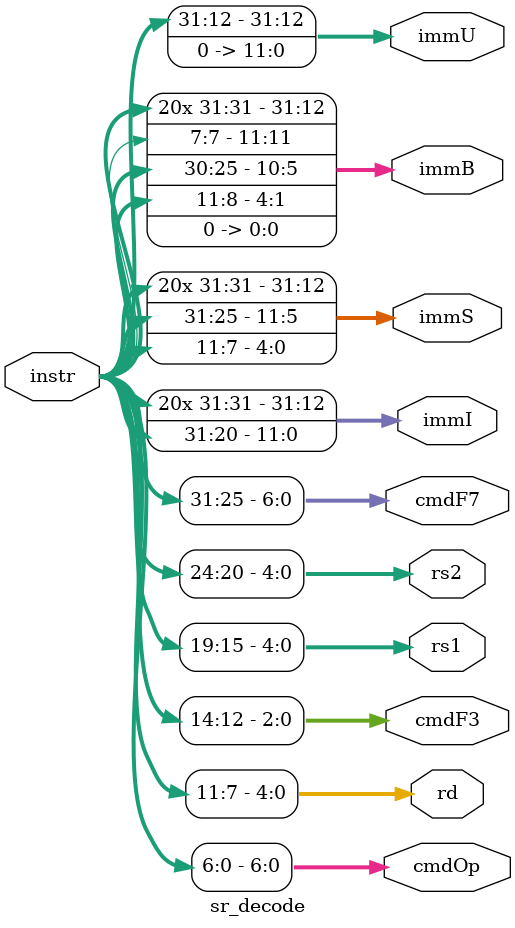
<source format=sv>

`include "sr_cpu.svh"

module sr_decode
(
    input        [31:0] instr,
    output       [ 6:0] cmdOp,
    output       [ 4:0] rd,
    output       [ 2:0] cmdF3,
    output       [ 4:0] rs1,
    output       [ 4:0] rs2,
    output       [ 6:0] cmdF7,
    output logic [31:0] immI,
    output logic [31:0] immS,
    output logic [31:0] immB,
    output logic [31:0] immU
);
    assign cmdOp = instr [ 6: 0];
    assign rd    = instr [11: 7];
    assign cmdF3 = instr [14:12];
    assign rs1   = instr [19:15];
    assign rs2   = instr [24:20];
    assign cmdF7 = instr [31:25];

    // I-type

    always_comb
    begin
        immI [10: 0] = instr [30:20];
        immI [31:11] = { 21 { instr [31] } };
    end

    // S-type

    always_comb
    begin
        immS[ 4: 0] = instr[11: 7];
        immS[10: 5] = instr[30:25];
        immS[31:11] = { 21 {instr[31]} };
    end

    // B-type

    always_comb
    begin
        immB [    0] = 1'b0;
        immB [ 4: 1] = instr [11:8];
        immB [10: 5] = instr [30:25];
        immB [   11] = instr [7];
        immB [31:12] = { 20 { instr [31] } };
    end

    // U-type

    always_comb
    begin
        immU [11: 0] = 12'b0;
        immU [31:12] = instr [31:12];
    end

endmodule

</source>
